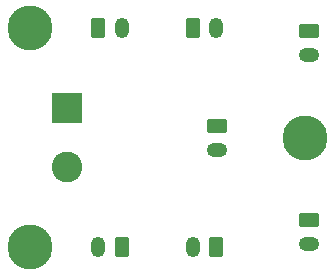
<source format=gbr>
%TF.GenerationSoftware,KiCad,Pcbnew,(6.0.4-0)*%
%TF.CreationDate,2022-05-13T17:31:48+02:00*%
%TF.ProjectId,vcc_distributor,7663635f-6469-4737-9472-696275746f72,rev?*%
%TF.SameCoordinates,Original*%
%TF.FileFunction,Soldermask,Bot*%
%TF.FilePolarity,Negative*%
%FSLAX46Y46*%
G04 Gerber Fmt 4.6, Leading zero omitted, Abs format (unit mm)*
G04 Created by KiCad (PCBNEW (6.0.4-0)) date 2022-05-13 17:31:48*
%MOMM*%
%LPD*%
G01*
G04 APERTURE LIST*
G04 Aperture macros list*
%AMRoundRect*
0 Rectangle with rounded corners*
0 $1 Rounding radius*
0 $2 $3 $4 $5 $6 $7 $8 $9 X,Y pos of 4 corners*
0 Add a 4 corners polygon primitive as box body*
4,1,4,$2,$3,$4,$5,$6,$7,$8,$9,$2,$3,0*
0 Add four circle primitives for the rounded corners*
1,1,$1+$1,$2,$3*
1,1,$1+$1,$4,$5*
1,1,$1+$1,$6,$7*
1,1,$1+$1,$8,$9*
0 Add four rect primitives between the rounded corners*
20,1,$1+$1,$2,$3,$4,$5,0*
20,1,$1+$1,$4,$5,$6,$7,0*
20,1,$1+$1,$6,$7,$8,$9,0*
20,1,$1+$1,$8,$9,$2,$3,0*%
G04 Aperture macros list end*
%ADD10RoundRect,0.250000X0.350000X0.625000X-0.350000X0.625000X-0.350000X-0.625000X0.350000X-0.625000X0*%
%ADD11O,1.200000X1.750000*%
%ADD12RoundRect,0.250000X-0.350000X-0.625000X0.350000X-0.625000X0.350000X0.625000X-0.350000X0.625000X0*%
%ADD13C,2.600000*%
%ADD14C,3.800000*%
%ADD15RoundRect,0.250000X-0.625000X0.350000X-0.625000X-0.350000X0.625000X-0.350000X0.625000X0.350000X0*%
%ADD16O,1.750000X1.200000*%
%ADD17R,2.600000X2.600000*%
G04 APERTURE END LIST*
D10*
%TO.C,J3*%
X110000000Y-68250000D03*
D11*
X108000000Y-68250000D03*
%TD*%
D12*
%TO.C,J2*%
X108000000Y-49700000D03*
D11*
X110000000Y-49700000D03*
%TD*%
D13*
%TO.C,REF\u002A\u002A*%
X125500000Y-59000000D03*
D14*
X125500000Y-59000000D03*
%TD*%
%TO.C,REF\u002A\u002A*%
X102250000Y-68250000D03*
D13*
X102250000Y-68250000D03*
%TD*%
%TO.C,REF\u002A\u002A*%
X102250000Y-49750000D03*
D14*
X102250000Y-49750000D03*
%TD*%
D15*
%TO.C,J6*%
X118050000Y-58000000D03*
D16*
X118050000Y-60000000D03*
%TD*%
D12*
%TO.C,J4*%
X116000000Y-49700000D03*
D11*
X118000000Y-49700000D03*
%TD*%
D15*
%TO.C,J8*%
X125800000Y-50000000D03*
D16*
X125800000Y-52000000D03*
%TD*%
D15*
%TO.C,J7*%
X125800000Y-66000000D03*
D16*
X125800000Y-68000000D03*
%TD*%
D10*
%TO.C,J5*%
X118000000Y-68250000D03*
D11*
X116000000Y-68250000D03*
%TD*%
D17*
%TO.C,J1*%
X105305000Y-56500000D03*
D13*
X105305000Y-61500000D03*
%TD*%
M02*

</source>
